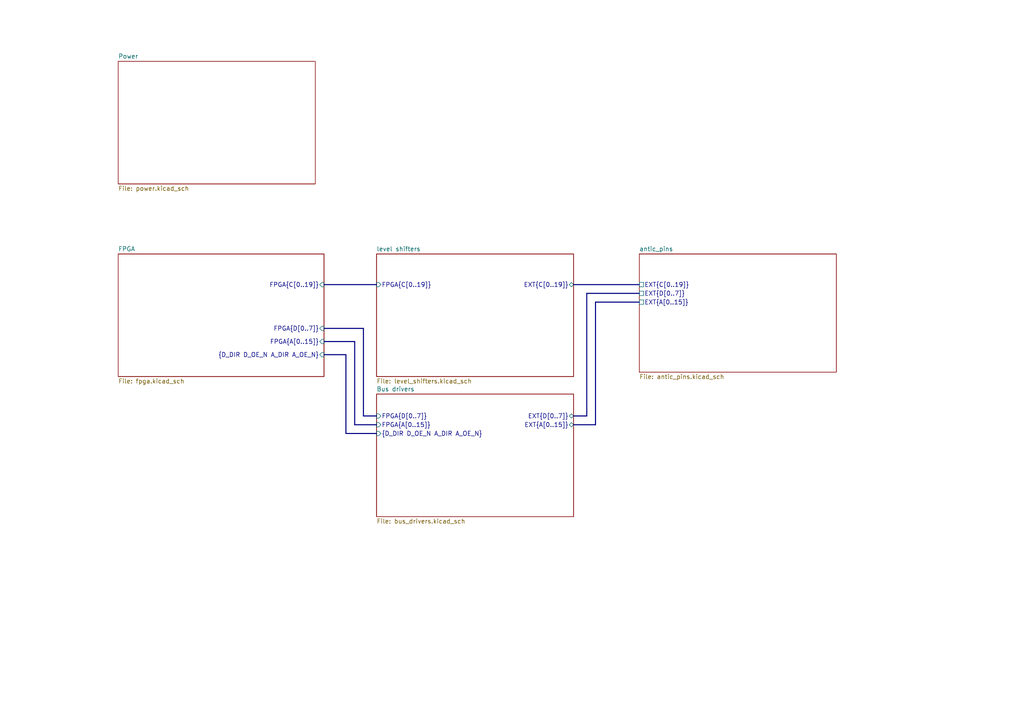
<source format=kicad_sch>
(kicad_sch
	(version 20250114)
	(generator "eeschema")
	(generator_version "9.0")
	(uuid "f8f92944-710a-49a0-a698-f840e5f20e15")
	(paper "A4")
	(lib_symbols)
	(bus
		(pts
			(xy 102.87 99.06) (xy 102.87 123.19)
		)
		(stroke
			(width 0)
			(type default)
		)
		(uuid "3b97abf2-8a03-4dde-b274-43e7babd7336")
	)
	(bus
		(pts
			(xy 170.18 85.09) (xy 185.42 85.09)
		)
		(stroke
			(width 0)
			(type default)
		)
		(uuid "3f46411e-9e12-405b-9414-cbd06ac1994d")
	)
	(bus
		(pts
			(xy 170.18 120.65) (xy 170.18 85.09)
		)
		(stroke
			(width 0)
			(type default)
		)
		(uuid "45147512-8065-44e5-b1b9-626bda6bfa56")
	)
	(bus
		(pts
			(xy 102.87 123.19) (xy 109.22 123.19)
		)
		(stroke
			(width 0)
			(type default)
		)
		(uuid "467d3634-9754-48ee-9117-b8cbdbd67a4f")
	)
	(bus
		(pts
			(xy 166.37 82.55) (xy 185.42 82.55)
		)
		(stroke
			(width 0)
			(type default)
		)
		(uuid "5ccd6606-7579-4b18-9b58-8ed7dcf7ba20")
	)
	(bus
		(pts
			(xy 105.41 120.65) (xy 105.41 95.25)
		)
		(stroke
			(width 0)
			(type default)
		)
		(uuid "6951bc8c-22ae-4f4c-a5d0-8190cdccb029")
	)
	(bus
		(pts
			(xy 166.37 120.65) (xy 170.18 120.65)
		)
		(stroke
			(width 0)
			(type default)
		)
		(uuid "783805c9-cb44-4c75-a586-ca137802eef6")
	)
	(bus
		(pts
			(xy 105.41 95.25) (xy 93.98 95.25)
		)
		(stroke
			(width 0)
			(type default)
		)
		(uuid "7c3d855d-987c-45fe-b5e6-2f32cf12f410")
	)
	(bus
		(pts
			(xy 166.37 123.19) (xy 172.72 123.19)
		)
		(stroke
			(width 0)
			(type default)
		)
		(uuid "8458d2e1-f9c3-4043-8626-9f2505cbb513")
	)
	(bus
		(pts
			(xy 172.72 123.19) (xy 172.72 87.63)
		)
		(stroke
			(width 0)
			(type default)
		)
		(uuid "8618c18f-eb2b-49ed-aa4b-f333cf807c2a")
	)
	(bus
		(pts
			(xy 100.33 102.87) (xy 93.98 102.87)
		)
		(stroke
			(width 0)
			(type default)
		)
		(uuid "9eb5d362-d903-4312-bd52-372d259e9ab1")
	)
	(bus
		(pts
			(xy 109.22 120.65) (xy 105.41 120.65)
		)
		(stroke
			(width 0)
			(type default)
		)
		(uuid "a1873d59-ecab-48a2-b630-957d0d63f5d8")
	)
	(bus
		(pts
			(xy 93.98 99.06) (xy 102.87 99.06)
		)
		(stroke
			(width 0)
			(type default)
		)
		(uuid "a2416718-5bb0-4772-a318-99fb84a96427")
	)
	(bus
		(pts
			(xy 109.22 125.73) (xy 100.33 125.73)
		)
		(stroke
			(width 0)
			(type default)
		)
		(uuid "d92df410-3185-47e2-b7ff-894919f0691d")
	)
	(bus
		(pts
			(xy 100.33 125.73) (xy 100.33 102.87)
		)
		(stroke
			(width 0)
			(type default)
		)
		(uuid "e1efc5c3-f7cf-4081-8804-dd25b932eb79")
	)
	(bus
		(pts
			(xy 93.98 82.55) (xy 109.22 82.55)
		)
		(stroke
			(width 0)
			(type default)
		)
		(uuid "f5ef94c8-b6ac-4c1a-b2de-b117ff1ef3cf")
	)
	(bus
		(pts
			(xy 172.72 87.63) (xy 185.42 87.63)
		)
		(stroke
			(width 0)
			(type default)
		)
		(uuid "f5fbdbac-16d1-4b12-bf53-98425d85e614")
	)
	(sheet
		(at 185.42 73.66)
		(size 57.15 34.29)
		(exclude_from_sim no)
		(in_bom yes)
		(on_board yes)
		(dnp no)
		(fields_autoplaced yes)
		(stroke
			(width 0.1524)
			(type solid)
		)
		(fill
			(color 0 0 0 0.0000)
		)
		(uuid "473fb442-f6a6-4f3e-b077-9a313beb11d5")
		(property "Sheetname" "antic_pins"
			(at 185.42 72.9484 0)
			(effects
				(font
					(size 1.27 1.27)
				)
				(justify left bottom)
			)
		)
		(property "Sheetfile" "antic_pins.kicad_sch"
			(at 185.42 108.5346 0)
			(effects
				(font
					(size 1.27 1.27)
				)
				(justify left top)
			)
		)
		(pin "EXT{D[0..7]}" passive
			(at 185.42 85.09 180)
			(uuid "5cb7a68f-1d49-45a9-b4c5-eeecab68f54c")
			(effects
				(font
					(size 1.27 1.27)
				)
				(justify left)
			)
		)
		(pin "EXT{A[0..15]}" passive
			(at 185.42 87.63 180)
			(uuid "b6b2e92f-608d-44fe-b655-b4c6d42d61b1")
			(effects
				(font
					(size 1.27 1.27)
				)
				(justify left)
			)
		)
		(pin "EXT{C[0..19]}" passive
			(at 185.42 82.55 180)
			(uuid "b85c251c-4909-4c21-b474-0a12deb47ccf")
			(effects
				(font
					(size 1.27 1.27)
				)
				(justify left)
			)
		)
		(instances
			(project "anticmax"
				(path "/f8f92944-710a-49a0-a698-f840e5f20e15"
					(page "7")
				)
			)
		)
	)
	(sheet
		(at 109.22 114.3)
		(size 57.15 35.56)
		(exclude_from_sim no)
		(in_bom yes)
		(on_board yes)
		(dnp no)
		(fields_autoplaced yes)
		(stroke
			(width 0.1524)
			(type solid)
		)
		(fill
			(color 0 0 0 0.0000)
		)
		(uuid "9960f3de-f40f-4029-80a8-5406de02e1f2")
		(property "Sheetname" "Bus drivers"
			(at 109.22 113.5884 0)
			(effects
				(font
					(size 1.27 1.27)
				)
				(justify left bottom)
			)
		)
		(property "Sheetfile" "bus_drivers.kicad_sch"
			(at 109.22 150.4446 0)
			(effects
				(font
					(size 1.27 1.27)
				)
				(justify left top)
			)
		)
		(pin "EXT{D[0..7]}" bidirectional
			(at 166.37 120.65 0)
			(uuid "b12e5ce2-6184-4c88-b242-48bce140d19a")
			(effects
				(font
					(size 1.27 1.27)
				)
				(justify right)
			)
		)
		(pin "FPGA{D[0..7]}" input
			(at 109.22 120.65 180)
			(uuid "99b8ede6-1ff5-49c4-93a7-5d2440510d8a")
			(effects
				(font
					(size 1.27 1.27)
				)
				(justify left)
			)
		)
		(pin "EXT{A[0..15]}" bidirectional
			(at 166.37 123.19 0)
			(uuid "b41b8348-441b-4deb-b914-b09c65a2a92d")
			(effects
				(font
					(size 1.27 1.27)
				)
				(justify right)
			)
		)
		(pin "FPGA{A[0..15]}" input
			(at 109.22 123.19 180)
			(uuid "ec9a2a6b-35ac-40d3-9051-f8e3c63fc875")
			(effects
				(font
					(size 1.27 1.27)
				)
				(justify left)
			)
		)
		(pin "{D_DIR D_OE_N A_DIR A_OE_N}" input
			(at 109.22 125.73 180)
			(uuid "dec4f9e2-ff20-43bf-977f-489f982b53b1")
			(effects
				(font
					(size 1.27 1.27)
				)
				(justify left)
			)
		)
		(instances
			(project "anticmax"
				(path "/f8f92944-710a-49a0-a698-f840e5f20e15"
					(page "2")
				)
			)
		)
	)
	(sheet
		(at 34.29 17.78)
		(size 57.15 35.56)
		(exclude_from_sim no)
		(in_bom yes)
		(on_board yes)
		(dnp no)
		(fields_autoplaced yes)
		(stroke
			(width 0.1524)
			(type solid)
		)
		(fill
			(color 0 0 0 0.0000)
		)
		(uuid "b3c63cf3-5aec-4ac7-b511-941f39b58d95")
		(property "Sheetname" "Power"
			(at 34.29 17.0684 0)
			(effects
				(font
					(size 1.27 1.27)
				)
				(justify left bottom)
			)
		)
		(property "Sheetfile" "power.kicad_sch"
			(at 34.29 53.9246 0)
			(effects
				(font
					(size 1.27 1.27)
				)
				(justify left top)
			)
		)
		(instances
			(project "anticmax"
				(path "/f8f92944-710a-49a0-a698-f840e5f20e15"
					(page "5")
				)
			)
		)
	)
	(sheet
		(at 34.29 73.66)
		(size 59.69 35.56)
		(exclude_from_sim no)
		(in_bom yes)
		(on_board yes)
		(dnp no)
		(fields_autoplaced yes)
		(stroke
			(width 0.1524)
			(type solid)
		)
		(fill
			(color 0 0 0 0.0000)
		)
		(uuid "ca19021e-142b-41f4-aacf-17c21d0aabf5")
		(property "Sheetname" "FPGA"
			(at 34.29 72.9484 0)
			(effects
				(font
					(size 1.27 1.27)
				)
				(justify left bottom)
			)
		)
		(property "Sheetfile" "fpga.kicad_sch"
			(at 34.29 109.8046 0)
			(effects
				(font
					(size 1.27 1.27)
				)
				(justify left top)
			)
		)
		(pin "{D_DIR D_OE_N A_DIR A_OE_N}" input
			(at 93.98 102.87 0)
			(uuid "42cb3b34-8d68-4ec4-8191-40fc3763d6a7")
			(effects
				(font
					(size 1.27 1.27)
				)
				(justify right)
			)
		)
		(pin "FPGA{A[0..15]}" input
			(at 93.98 99.06 0)
			(uuid "8bfe0cec-b90d-40bb-bdc9-960618628a34")
			(effects
				(font
					(size 1.27 1.27)
				)
				(justify right)
			)
		)
		(pin "FPGA{C[0..19]}" input
			(at 93.98 82.55 0)
			(uuid "89972d34-b2dd-4db6-88dc-42a9bd2217e6")
			(effects
				(font
					(size 1.27 1.27)
				)
				(justify right)
			)
		)
		(pin "FPGA{D[0..7]}" input
			(at 93.98 95.25 0)
			(uuid "8db0e44f-2112-4b46-ad18-77d5d4656094")
			(effects
				(font
					(size 1.27 1.27)
				)
				(justify right)
			)
		)
		(instances
			(project "anticmax"
				(path "/f8f92944-710a-49a0-a698-f840e5f20e15"
					(page "4")
				)
			)
		)
	)
	(sheet
		(at 109.22 73.66)
		(size 57.15 35.56)
		(exclude_from_sim no)
		(in_bom yes)
		(on_board yes)
		(dnp no)
		(fields_autoplaced yes)
		(stroke
			(width 0.1524)
			(type solid)
		)
		(fill
			(color 0 0 0 0.0000)
		)
		(uuid "e00ce38b-69d6-4d0f-a366-e4bbe3db0f24")
		(property "Sheetname" "level shifters"
			(at 109.22 72.9484 0)
			(effects
				(font
					(size 1.27 1.27)
				)
				(justify left bottom)
			)
		)
		(property "Sheetfile" "level_shifters.kicad_sch"
			(at 109.22 109.8046 0)
			(effects
				(font
					(size 1.27 1.27)
				)
				(justify left top)
			)
		)
		(pin "FPGA{C[0..19]}" input
			(at 109.22 82.55 180)
			(uuid "edf4c2c2-8d94-4839-a234-8a46c4adfb36")
			(effects
				(font
					(size 1.27 1.27)
				)
				(justify left)
			)
		)
		(pin "EXT{C[0..19]}" bidirectional
			(at 166.37 82.55 0)
			(uuid "ff90b9d1-ef56-4ba6-a3d2-d7024cb226da")
			(effects
				(font
					(size 1.27 1.27)
				)
				(justify right)
			)
		)
		(instances
			(project "anticmax"
				(path "/f8f92944-710a-49a0-a698-f840e5f20e15"
					(page "3")
				)
			)
		)
	)
	(sheet_instances
		(path "/"
			(page "1")
		)
	)
	(embedded_fonts no)
)

</source>
